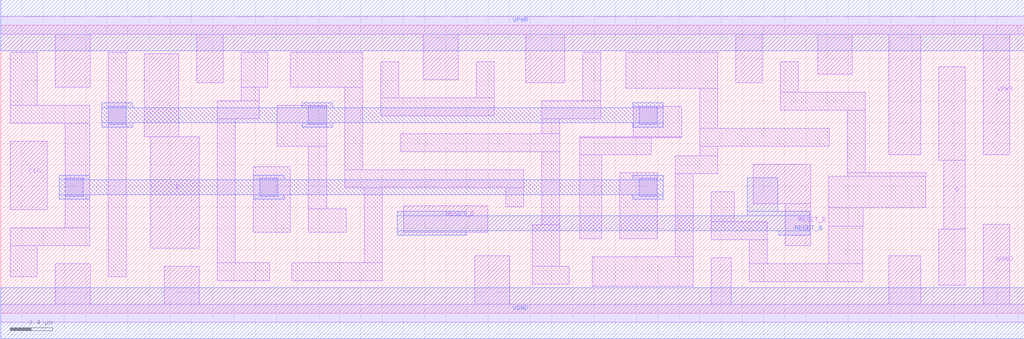
<source format=lef>
# Copyright 2020 The SkyWater PDK Authors
#
# Licensed under the Apache License, Version 2.0 (the "License");
# you may not use this file except in compliance with the License.
# You may obtain a copy of the License at
#
#     https://www.apache.org/licenses/LICENSE-2.0
#
# Unless required by applicable law or agreed to in writing, software
# distributed under the License is distributed on an "AS IS" BASIS,
# WITHOUT WARRANTIES OR CONDITIONS OF ANY KIND, either express or implied.
# See the License for the specific language governing permissions and
# limitations under the License.
#
# SPDX-License-Identifier: Apache-2.0

VERSION 5.5 ;
NAMESCASESENSITIVE ON ;
BUSBITCHARS "[]" ;
DIVIDERCHAR "/" ;
MACRO sky130_fd_sc_hd__dfrtp_2
  CLASS CORE ;
  SOURCE USER ;
  ORIGIN  0.000000  0.000000 ;
  SIZE  9.660000 BY  2.720000 ;
  SYMMETRY X Y R90 ;
  SITE unithd ;
  PIN D
    ANTENNAGATEAREA  0.126000 ;
    DIRECTION INPUT ;
    USE SIGNAL ;
    PORT
      LAYER li1 ;
        RECT 1.355000 1.665000 1.680000 2.450000 ;
        RECT 1.415000 0.615000 1.875000 1.665000 ;
    END
  END D
  PIN Q
    ANTENNADIFFAREA  0.445500 ;
    DIRECTION OUTPUT ;
    USE SIGNAL ;
    PORT
      LAYER li1 ;
        RECT 8.855000 0.265000 9.105000 0.795000 ;
        RECT 8.855000 1.445000 9.105000 2.325000 ;
        RECT 8.900000 0.795000 9.105000 1.445000 ;
    END
  END Q
  PIN RESET_B
    ANTENNAGATEAREA  0.252000 ;
    DIRECTION INPUT ;
    USE SIGNAL ;
    PORT
      LAYER li1 ;
        RECT 3.805000 0.765000 4.595000 1.015000 ;
    END
    PORT
      LAYER li1 ;
        RECT 7.105000 1.035000 7.645000 1.405000 ;
        RECT 7.405000 0.635000 7.645000 1.035000 ;
    END
    PORT
      LAYER met1 ;
        RECT 3.745000 0.735000 4.395000 0.780000 ;
        RECT 3.745000 0.780000 7.635000 0.920000 ;
        RECT 3.745000 0.920000 4.395000 0.965000 ;
        RECT 7.045000 0.920000 7.635000 0.965000 ;
        RECT 7.045000 0.965000 7.335000 1.280000 ;
        RECT 7.345000 0.735000 7.635000 0.780000 ;
    END
  END RESET_B
  PIN CLK
    ANTENNAGATEAREA  0.159000 ;
    DIRECTION INPUT ;
    USE CLOCK ;
    PORT
      LAYER li1 ;
        RECT 0.090000 0.975000 0.440000 1.625000 ;
    END
  END CLK
  PIN VGND
    DIRECTION INOUT ;
    SHAPE ABUTMENT ;
    USE GROUND ;
    PORT
      LAYER li1 ;
        RECT 0.000000 -0.085000 9.660000 0.085000 ;
        RECT 0.515000  0.085000 0.845000 0.465000 ;
        RECT 1.545000  0.085000 1.875000 0.445000 ;
        RECT 4.475000  0.085000 4.805000 0.545000 ;
        RECT 6.705000  0.085000 6.895000 0.525000 ;
        RECT 8.380000  0.085000 8.685000 0.545000 ;
        RECT 9.275000  0.085000 9.525000 0.840000 ;
    END
    PORT
      LAYER met1 ;
        RECT 0.000000 -0.240000 9.660000 0.240000 ;
    END
  END VGND
  PIN VNB
    DIRECTION INOUT ;
    USE GROUND ;
    PORT
    END
  END VNB
  PIN VPB
    DIRECTION INOUT ;
    USE POWER ;
    PORT
    END
  END VPB
  PIN VPWR
    DIRECTION INOUT ;
    SHAPE ABUTMENT ;
    USE POWER ;
    PORT
      LAYER li1 ;
        RECT 0.000000 2.635000 9.660000 2.805000 ;
        RECT 0.515000 2.135000 0.845000 2.635000 ;
        RECT 1.850000 2.175000 2.100000 2.635000 ;
        RECT 3.990000 2.205000 4.320000 2.635000 ;
        RECT 4.955000 2.175000 5.325000 2.635000 ;
        RECT 6.940000 2.175000 7.190000 2.635000 ;
        RECT 7.710000 2.255000 8.040000 2.635000 ;
        RECT 8.380000 1.495000 8.685000 2.635000 ;
        RECT 9.275000 1.495000 9.525000 2.635000 ;
    END
    PORT
      LAYER met1 ;
        RECT 0.000000 2.480000 9.660000 2.960000 ;
    END
  END VPWR
  OBS
    LAYER li1 ;
      RECT 0.090000 0.345000 0.345000 0.635000 ;
      RECT 0.090000 0.635000 0.840000 0.805000 ;
      RECT 0.090000 1.795000 0.840000 1.965000 ;
      RECT 0.090000 1.965000 0.345000 2.465000 ;
      RECT 0.610000 0.805000 0.840000 1.795000 ;
      RECT 1.015000 0.345000 1.185000 2.465000 ;
      RECT 2.045000 0.305000 2.540000 0.475000 ;
      RECT 2.045000 0.475000 2.215000 1.835000 ;
      RECT 2.045000 1.835000 2.440000 2.005000 ;
      RECT 2.270000 2.005000 2.440000 2.135000 ;
      RECT 2.270000 2.135000 2.520000 2.465000 ;
      RECT 2.385000 0.765000 2.735000 1.385000 ;
      RECT 2.610000 1.575000 3.075000 1.965000 ;
      RECT 2.735000 2.135000 3.415000 2.465000 ;
      RECT 2.745000 0.305000 3.600000 0.475000 ;
      RECT 2.905000 0.765000 3.260000 0.985000 ;
      RECT 2.905000 0.985000 3.075000 1.575000 ;
      RECT 3.245000 1.185000 4.935000 1.355000 ;
      RECT 3.245000 1.355000 3.415000 2.135000 ;
      RECT 3.430000 0.475000 3.600000 1.185000 ;
      RECT 3.585000 1.865000 4.660000 2.035000 ;
      RECT 3.585000 2.035000 3.755000 2.375000 ;
      RECT 3.775000 1.525000 5.275000 1.695000 ;
      RECT 4.490000 2.035000 4.660000 2.375000 ;
      RECT 4.765000 1.005000 4.935000 1.185000 ;
      RECT 5.015000 0.275000 5.365000 0.445000 ;
      RECT 5.015000 0.445000 5.275000 0.835000 ;
      RECT 5.105000 0.835000 5.275000 1.525000 ;
      RECT 5.105000 1.695000 5.275000 1.835000 ;
      RECT 5.105000 1.835000 5.665000 2.005000 ;
      RECT 5.465000 0.705000 5.675000 1.495000 ;
      RECT 5.465000 1.495000 6.140000 1.655000 ;
      RECT 5.465000 1.655000 6.430000 1.665000 ;
      RECT 5.495000 2.005000 5.665000 2.465000 ;
      RECT 5.585000 0.255000 6.535000 0.535000 ;
      RECT 5.845000 0.705000 6.195000 1.325000 ;
      RECT 5.900000 2.125000 6.770000 2.465000 ;
      RECT 5.970000 1.665000 6.430000 1.955000 ;
      RECT 6.365000 0.535000 6.535000 1.315000 ;
      RECT 6.365000 1.315000 6.770000 1.485000 ;
      RECT 6.600000 1.485000 6.770000 1.575000 ;
      RECT 6.600000 1.575000 7.820000 1.745000 ;
      RECT 6.600000 1.745000 6.770000 2.125000 ;
      RECT 6.705000 0.695000 7.235000 0.865000 ;
      RECT 6.705000 0.865000 6.925000 1.145000 ;
      RECT 7.065000 0.295000 8.135000 0.465000 ;
      RECT 7.065000 0.465000 7.235000 0.695000 ;
      RECT 7.360000 1.915000 8.160000 2.085000 ;
      RECT 7.360000 2.085000 7.530000 2.375000 ;
      RECT 7.815000 0.465000 8.135000 0.820000 ;
      RECT 7.815000 0.820000 8.140000 0.995000 ;
      RECT 7.815000 0.995000 8.730000 1.295000 ;
      RECT 7.990000 1.295000 8.730000 1.325000 ;
      RECT 7.990000 1.325000 8.160000 1.915000 ;
    LAYER mcon ;
      RECT 0.610000 1.105000 0.780000 1.275000 ;
      RECT 1.015000 1.785000 1.185000 1.955000 ;
      RECT 2.445000 1.105000 2.615000 1.275000 ;
      RECT 2.905000 1.785000 3.075000 1.955000 ;
      RECT 6.025000 1.105000 6.195000 1.275000 ;
      RECT 6.025000 1.785000 6.195000 1.955000 ;
    LAYER met1 ;
      RECT 0.550000 1.075000 0.840000 1.120000 ;
      RECT 0.550000 1.120000 6.255000 1.260000 ;
      RECT 0.550000 1.260000 0.840000 1.305000 ;
      RECT 0.955000 1.755000 1.245000 1.800000 ;
      RECT 0.955000 1.800000 6.255000 1.940000 ;
      RECT 0.955000 1.940000 1.245000 1.985000 ;
      RECT 2.385000 1.075000 2.675000 1.120000 ;
      RECT 2.385000 1.260000 2.675000 1.305000 ;
      RECT 2.845000 1.755000 3.135000 1.800000 ;
      RECT 2.845000 1.940000 3.135000 1.985000 ;
      RECT 5.965000 1.075000 6.255000 1.120000 ;
      RECT 5.965000 1.260000 6.255000 1.305000 ;
      RECT 5.965000 1.755000 6.255000 1.800000 ;
      RECT 5.965000 1.940000 6.255000 1.985000 ;
  END
END sky130_fd_sc_hd__dfrtp_2
END LIBRARY

</source>
